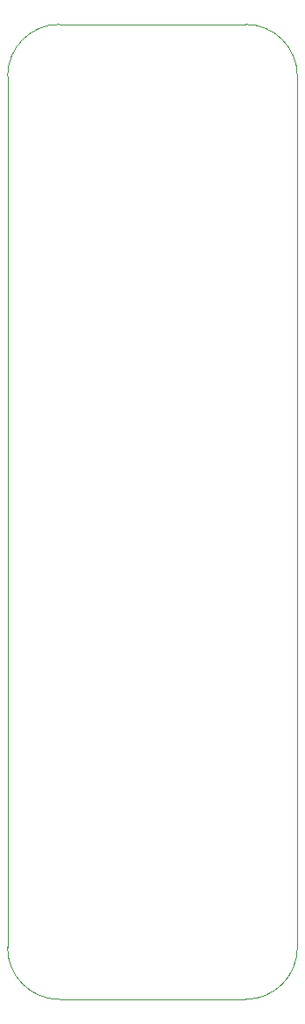
<source format=gbr>
%TF.GenerationSoftware,KiCad,Pcbnew,(5.1.6)-1*%
%TF.CreationDate,2020-10-09T22:59:05+02:00*%
%TF.ProjectId,zlpcba_f103c8,7a6c7063-6261-45f6-9631-303363382e6b,rev?*%
%TF.SameCoordinates,Original*%
%TF.FileFunction,Profile,NP*%
%FSLAX46Y46*%
G04 Gerber Fmt 4.6, Leading zero omitted, Abs format (unit mm)*
G04 Created by KiCad (PCBNEW (5.1.6)-1) date 2020-10-09 22:59:05*
%MOMM*%
%LPD*%
G01*
G04 APERTURE LIST*
%TA.AperFunction,Profile*%
%ADD10C,0.050000*%
%TD*%
G04 APERTURE END LIST*
D10*
X106000000Y-146990000D02*
G75*
G02*
X101000000Y-141990000I0J5000000D01*
G01*
X124000000Y-146990000D02*
X106000000Y-146990000D01*
X129000000Y-141990000D02*
G75*
G02*
X124000000Y-146990000I-5000000J0D01*
G01*
X124000000Y-52990000D02*
G75*
G02*
X129000000Y-57990000I0J-5000000D01*
G01*
X101000000Y-57990000D02*
G75*
G02*
X106000000Y-52990000I5000000J0D01*
G01*
X106000000Y-52990000D02*
X124000000Y-52990000D01*
X101000000Y-57990000D02*
X101000000Y-141990000D01*
X129000000Y-57990000D02*
X129000000Y-141990000D01*
M02*

</source>
